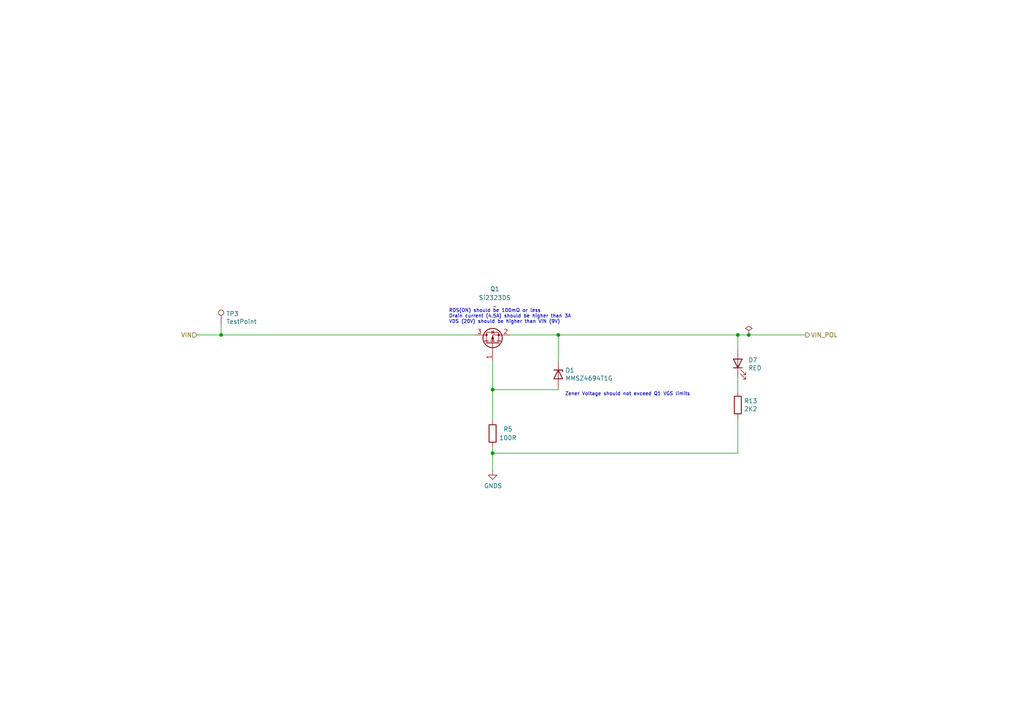
<source format=kicad_sch>
(kicad_sch (version 20211123) (generator eeschema)
  (paper "A4")
  (title_block (title "PSU - Polarity Protection") (date "2021-06-05") (rev "A") (company "Created by C Sutton"))
  (lib_symbols
    (symbol "Connector:TestPoint" (pin_numbers hide) (pin_names (offset 0.762) hide)
      (property "Reference" "TP" (at 0 6.858 0))
      (property "Value" "TestPoint" (at 0 5.08 0))
      (symbol "TestPoint_0_1"
        (circle (center 0 3.302) (radius 0.762))
      )
      (symbol "TestPoint_1_1"
        (pin passive line (at 0 0 90) (length 2.54) (name "1") (number "1"))
      )
    )
    (symbol "Device:LED" (pin_numbers hide) (pin_names (offset 1.016) hide)
      (property "Reference" "D" (at 0 2.54 0))
      (property "Value" "LED" (at 0 -2.54 0))
      (symbol "LED_0_1"
        (polyline (pts (xy -1.27 -1.27) (xy -1.27 1.27)) (stroke (width 0.254)))
        (polyline (pts (xy -1.27 0) (xy 1.27 0)))
        (polyline (pts (xy 1.27 -1.27) (xy 1.27 1.27) (xy -1.27 0) (xy 1.27 -1.27)) (stroke (width 0.254)))
        (polyline (pts (xy -3.048 -0.762) (xy -4.572 -2.286) (xy -3.81 -2.286) (xy -4.572 -2.286) (xy -4.572 -1.524)))
        (polyline (pts (xy -1.778 -0.762) (xy -3.302 -2.286) (xy -2.54 -2.286) (xy -3.302 -2.286) (xy -3.302 -1.524)))
      )
      (symbol "LED_1_1"
        (pin passive line (at -3.81 0 0) (length 2.54) (name "K") (number "1"))
        (pin passive line (at 3.81 0 180) (length 2.54) (name "A") (number "2"))
      )
    )
    (symbol "Device:Q_PMOS_GSD" (pin_names (offset 0) hide)
      (property "Reference" "Q" (at 5.08 1.27 0))
      (property "Value" "Q_PMOS_GSD" (at 5.08 -1.27 0))
      (symbol "Q_PMOS_GSD_0_1"
        (polyline (pts (xy 0.254 0) (xy -2.54 0)))
        (polyline (pts (xy 0.254 1.905) (xy 0.254 -1.905)) (stroke (width 0.254)))
        (polyline (pts (xy 0.762 -1.27) (xy 0.762 -2.286)) (stroke (width 0.254)))
        (polyline (pts (xy 0.762 0.508) (xy 0.762 -0.508)) (stroke (width 0.254)))
        (polyline (pts (xy 0.762 2.286) (xy 0.762 1.27)) (stroke (width 0.254)))
        (polyline (pts (xy 2.54 2.54) (xy 2.54 1.778)))
        (polyline (pts (xy 2.54 -2.54) (xy 2.54 0) (xy 0.762 0)))
        (polyline (pts (xy 0.762 1.778) (xy 3.302 1.778) (xy 3.302 -1.778) (xy 0.762 -1.778)))
        (polyline (pts (xy 2.286 0) (xy 1.27 0.381) (xy 1.27 -0.381) (xy 2.286 0)) (fill (type outline)))
        (polyline (pts (xy 2.794 -0.508) (xy 2.921 -0.381) (xy 3.683 -0.381) (xy 3.81 -0.254)))
        (polyline (pts (xy 3.302 -0.381) (xy 2.921 0.254) (xy 3.683 0.254) (xy 3.302 -0.381)))
        (circle (center 1.651 0) (radius 2.794) (stroke (width 0.254)))
        (circle (center 2.54 -1.778) (radius 0.254) (fill (type outline)))
        (circle (center 2.54 1.778) (radius 0.254) (fill (type outline)))
      )
      (symbol "Q_PMOS_GSD_1_1"
        (pin input line (at -5.08 0 0) (length 2.54) (name "G") (number "1"))
        (pin passive line (at 2.54 -5.08 90) (length 2.54) (name "S") (number "2"))
        (pin passive line (at 2.54 5.08 270) (length 2.54) (name "D") (number "3"))
      )
    )
    (symbol "Device:R" (pin_numbers hide) (pin_names (offset 0))
      (property "Reference" "R" (at 2.032 0 90))
      (property "Value" "R" (at 0 0 90))
      (symbol "R_0_1"
        (rectangle (start -1.016 -2.54) (end 1.016 2.54) (stroke (width 0.254)))
      )
      (symbol "R_1_1"
        (pin passive line (at 0 3.81 270) (length 1.27) (name "~") (number "1"))
        (pin passive line (at 0 -3.81 90) (length 1.27) (name "~") (number "2"))
      )
    )
    (symbol "Diode:BZT52Bxx" (pin_numbers hide) (pin_names (offset 1.016) hide)
      (property "Reference" "D" (at 0 2.54 0))
      (property "Value" "BZT52Bxx" (at 0 -2.54 0))
      (symbol "BZT52Bxx_0_1"
        (polyline (pts (xy 1.27 0) (xy -1.27 0)))
        (polyline (pts (xy -1.27 -1.27) (xy -1.27 1.27) (xy -0.762 1.27)) (stroke (width 0.254)))
        (polyline (pts (xy 1.27 -1.27) (xy 1.27 1.27) (xy -1.27 0) (xy 1.27 -1.27)) (stroke (width 0.254)))
      )
      (symbol "BZT52Bxx_1_1"
        (pin passive line (at -3.81 0 0) (length 2.54) (name "K") (number "1"))
        (pin passive line (at 3.81 0 180) (length 2.54) (name "A") (number "2"))
      )
    )
    (symbol "power:GNDS" (power) (pin_names (offset 0))
      (property "Value" "GNDS" (at 0 -3.81 0))
      (symbol "GNDS_0_1"
        (polyline (pts (xy 0 0) (xy 0 -1.27) (xy 1.27 -1.27) (xy 0 -2.54) (xy -1.27 -1.27) (xy 0 -1.27)))
      )
      (symbol "GNDS_1_1"
        (pin power_in line (at 0 0 270) (length 0) hide (name "GNDS") (number "1"))
      )
    )
    (symbol "power:PWR_FLAG" (power) (pin_numbers hide) (pin_names (offset 0) hide)
      (property "Value" "PWR_FLAG" (at 0 3.81 0))
      (symbol "PWR_FLAG_0_0"
        (pin power_out line (at 0 0 90) (length 0) (name "pwr") (number "1"))
      )
      (symbol "PWR_FLAG_0_1"
        (polyline (pts (xy 0 0) (xy 0 1.27) (xy -1.016 1.905) (xy 0 2.54) (xy 1.016 1.905) (xy 0 1.27)))
      )
    )
  )
  (junction (at 142.875 131.445))
  (junction (at 217.17 97.155))
  (junction (at 213.995 97.155))
  (junction (at 142.875 113.03))
  (junction (at 64.135 97.155))
  (junction (at 161.925 97.155))
  (wire (pts (xy 142.875 121.92) (xy 142.875 113.03)))
  (wire (pts (xy 147.955 97.155) (xy 161.925 97.155)))
  (wire (pts (xy 213.995 101.6) (xy 213.995 97.155)))
  (wire (pts (xy 64.135 93.98) (xy 64.135 97.155)))
  (wire (pts (xy 213.995 113.665) (xy 213.995 109.22)))
  (wire (pts (xy 161.925 104.775) (xy 161.925 97.155)))
  (wire (pts (xy 217.17 97.155) (xy 233.68 97.155)))
  (wire (pts (xy 142.875 131.445) (xy 142.875 136.525)))
  (wire (pts (xy 142.875 129.54) (xy 142.875 131.445)))
  (wire (pts (xy 213.995 121.285) (xy 213.995 131.445)))
  (wire (pts (xy 64.135 97.155) (xy 57.15 97.155)))
  (wire (pts (xy 64.135 97.155) (xy 137.795 97.155)))
  (wire (pts (xy 161.925 97.155) (xy 213.995 97.155)))
  (wire (pts (xy 161.925 112.395) (xy 161.925 113.03)))
  (wire (pts (xy 213.995 131.445) (xy 142.875 131.445)))
  (wire (pts (xy 213.995 97.155) (xy 217.17 97.155)))
  (wire (pts (xy 142.875 113.03) (xy 142.875 104.775)))
  (wire (pts (xy 161.925 113.03) (xy 142.875 113.03)))
  (text "RDS(ON) should be 100mΩ or less\nDrain current (4.5A) should be higher than 3A\nVDS (20V) should be higher than VIN (9V)" (at 130.175 93.98 0) (effects (font (size 0.9906 0.9906)) (justify left bottom)))
  (text "Zener Voltage should not exceed Q1 VGS limits" (at 163.83 114.935 0) (effects (font (size 0.9906 0.9906)) (justify left bottom)))
  (hierarchical_label "VIN_POL" (shape output) (at 233.68 97.155 0))
  (hierarchical_label "VIN" (shape input) (at 57.15 97.155 180))
  (symbol (lib_id "power:PWR_FLAG") (at 217.17 97.155 0) (unit 1)
    (property "Reference" "#FLG0101" (effects hide))
    (property "Value" "PWR_FLAG" (effects hide))
  )
  (symbol (lib_id "Diode:BZT52Bxx") (at 161.925 108.585 270) (unit 1)
    (property "Reference" "D1" (at 163.9316 107.4166 90) (effects (justify left)))
    (property "Value" "MMSZ4694T1G" (at 163.9316 109.728 90) (effects (justify left)))
    (property "Footprint" "Diode_SMD:D_SOD-123" (effects hide))
    (property "Datasheet" "https://diotec.com/tl_files/diotec/files/pdf/datasheets/bzt52b2v4.pdf" (effects hide))
  )
  (symbol (lib_id "Device:R") (at 142.875 125.73 180) (unit 1)
    (property "Reference" "R5" (at 147.32 124.46 0))
    (property "Value" "100R" (at 147.32 127 0))
    (property "Footprint" "Resistor_SMD:R_1206_3216Metric_Pad1.30x1.75mm_HandSolder" (effects hide))
  )
  (symbol (lib_id "power:GNDS") (at 142.875 136.525 0) (unit 1)
    (property "Reference" "#PWR0107" (effects hide))
    (property "Value" "GNDS" (at 143.002 140.9192 0))
  )
  (symbol (lib_id "Connector:TestPoint") (at 64.135 93.98 0) (unit 1)
    (property "Reference" "TP3" (at 65.5828 91.0082 0) (effects (justify left)))
    (property "Value" "TestPoint" (at 65.5828 93.2688 0) (effects (justify left)))
    (property "Footprint" "TestPoint:TestPoint_Pad_1.0x1.0mm" (effects hide))
  )
  (symbol (lib_id "Device:Q_PMOS_GSD") (at 142.875 99.695 90) (unit 1)
    (property "Reference" "Q1" (at 143.51 83.82 90))
    (property "Value" "Si2323DS" (at 143.51 86.36 90))
    (property "Footprint" "Package_TO_SOT_SMD:SOT-23" (effects hide))
    (property "Type" "~" (at 143.51 88.9 90))
    (property "LcscNo" "C296298" (effects hide))
  )
  (symbol (lib_id "Device:LED") (at 213.995 105.41 90) (unit 1)
    (property "Reference" "D7" (at 216.9922 104.4194 90) (effects (justify right)))
    (property "Value" "RED" (at 216.9922 106.7308 90) (effects (justify right)))
    (property "Footprint" "LED_SMD:LED_0805_2012Metric_Pad1.15x1.40mm_HandSolder" (effects hide))
    (property "LcscNo" "C2293" (effects hide))
  )
  (symbol (lib_id "Device:R") (at 213.995 117.475 0) (unit 1)
    (property "Reference" "R13" (at 215.773 116.3066 0) (effects (justify left)))
    (property "Value" "2K2" (at 215.773 118.618 0) (effects (justify left)))
    (property "Footprint" "Resistor_SMD:R_0805_2012Metric_Pad1.20x1.40mm_HandSolder" (effects hide))
  )
)
</source>
